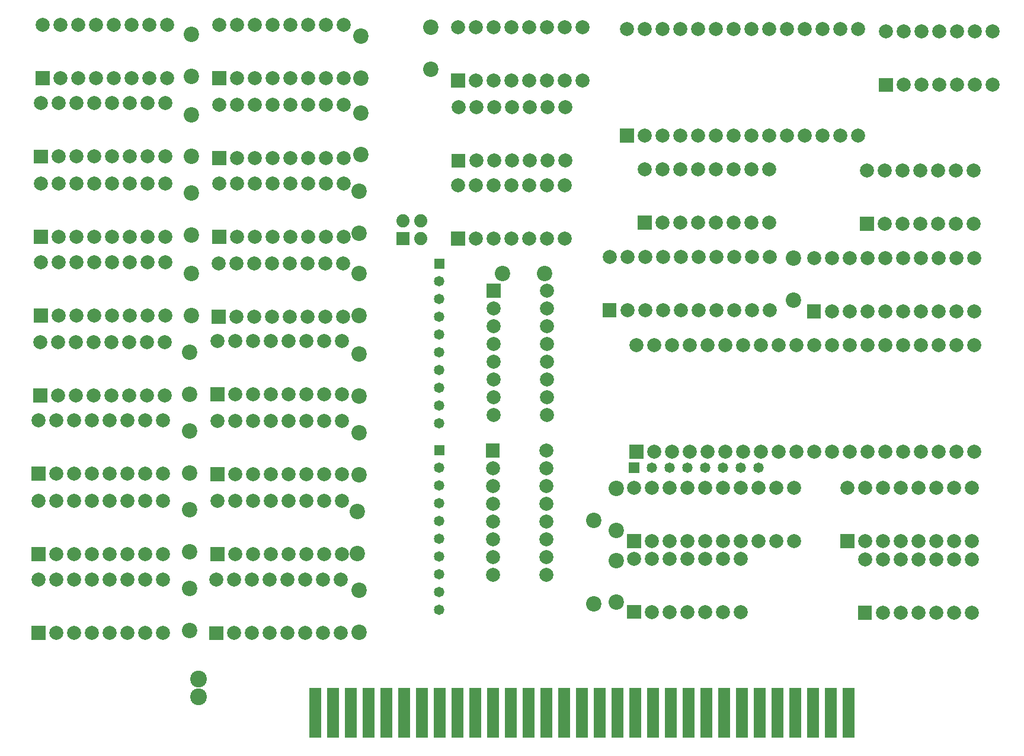
<source format=gbr>
%FSLAX34Y34*%
%MOMM*%
%LNSOLDERMASK_TOP*%
G71*
G01*
%ADD10C,2.200*%
%ADD11C,2.000*%
%ADD12C,2.400*%
%ADD13C,1.480*%
%ADD14C,1.880*%
%ADD15R,1.800X7.200*%
%LPD*%
X700000Y672500D02*
G54D10*
D03*
X760000Y672500D02*
G54D10*
D03*
X862500Y262500D02*
G54D10*
D03*
X862500Y202500D02*
G54D10*
D03*
X862500Y365000D02*
G54D10*
D03*
X862500Y305000D02*
G54D10*
D03*
X495000Y220000D02*
G54D10*
D03*
X495000Y160000D02*
G54D10*
D03*
X492500Y332500D02*
G54D10*
D03*
X492500Y272500D02*
G54D10*
D03*
X495000Y445000D02*
G54D10*
D03*
X495000Y385000D02*
G54D10*
D03*
X495000Y557500D02*
G54D10*
D03*
X495000Y497500D02*
G54D10*
D03*
X495000Y672500D02*
G54D10*
D03*
X495000Y612500D02*
G54D10*
D03*
X495000Y790000D02*
G54D10*
D03*
X495000Y730000D02*
G54D10*
D03*
X497500Y902500D02*
G54D10*
D03*
X497500Y842500D02*
G54D10*
D03*
X497500Y1012500D02*
G54D10*
D03*
X497500Y952500D02*
G54D10*
D03*
X597500Y1025000D02*
G54D10*
D03*
X597500Y965000D02*
G54D10*
D03*
X1115000Y695000D02*
G54D10*
D03*
X1115000Y635000D02*
G54D10*
D03*
X255000Y1015000D02*
G54D10*
D03*
X255000Y955000D02*
G54D10*
D03*
X255000Y900000D02*
G54D10*
D03*
X255000Y840000D02*
G54D10*
D03*
X255000Y787500D02*
G54D10*
D03*
X255000Y727500D02*
G54D10*
D03*
X255000Y672500D02*
G54D10*
D03*
X255000Y612500D02*
G54D10*
D03*
X252500Y560000D02*
G54D10*
D03*
X252500Y500000D02*
G54D10*
D03*
X252500Y447500D02*
G54D10*
D03*
X252500Y387500D02*
G54D10*
D03*
X252500Y335000D02*
G54D10*
D03*
X252500Y275000D02*
G54D10*
D03*
X252500Y222500D02*
G54D10*
D03*
X252500Y162500D02*
G54D10*
D03*
X830000Y320000D02*
G54D10*
D03*
X830000Y200000D02*
G54D10*
D03*
G36*
X32500Y962138D02*
X52500Y962138D01*
X52500Y942138D01*
X32500Y942138D01*
X32500Y962138D01*
G37*
X67900Y952138D02*
G54D11*
D03*
X93300Y952138D02*
G54D11*
D03*
X118700Y952138D02*
G54D11*
D03*
X144100Y952138D02*
G54D11*
D03*
X169500Y952138D02*
G54D11*
D03*
X194900Y952138D02*
G54D11*
D03*
X220300Y952138D02*
G54D11*
D03*
X220300Y1028338D02*
G54D11*
D03*
X194900Y1028338D02*
G54D11*
D03*
X169500Y1028338D02*
G54D11*
D03*
X144100Y1028338D02*
G54D11*
D03*
X118700Y1028338D02*
G54D11*
D03*
X93300Y1028338D02*
G54D11*
D03*
X67900Y1028338D02*
G54D11*
D03*
X42500Y1028338D02*
G54D11*
D03*
G36*
X30000Y850000D02*
X50000Y850000D01*
X50000Y830000D01*
X30000Y830000D01*
X30000Y850000D01*
G37*
X65400Y840000D02*
G54D11*
D03*
X90800Y840000D02*
G54D11*
D03*
X116200Y840000D02*
G54D11*
D03*
X141600Y840000D02*
G54D11*
D03*
X167000Y840000D02*
G54D11*
D03*
X192400Y840000D02*
G54D11*
D03*
X217800Y840000D02*
G54D11*
D03*
X217800Y916200D02*
G54D11*
D03*
X192400Y916200D02*
G54D11*
D03*
X167000Y916200D02*
G54D11*
D03*
X141600Y916200D02*
G54D11*
D03*
X116200Y916200D02*
G54D11*
D03*
X90800Y916200D02*
G54D11*
D03*
X65400Y916200D02*
G54D11*
D03*
X40000Y916200D02*
G54D11*
D03*
G36*
X30000Y735000D02*
X50000Y735000D01*
X50000Y715000D01*
X30000Y715000D01*
X30000Y735000D01*
G37*
X65400Y725000D02*
G54D11*
D03*
X90800Y725000D02*
G54D11*
D03*
X116200Y725000D02*
G54D11*
D03*
X141600Y725000D02*
G54D11*
D03*
X167000Y725000D02*
G54D11*
D03*
X192400Y725000D02*
G54D11*
D03*
X217800Y725000D02*
G54D11*
D03*
X217800Y801200D02*
G54D11*
D03*
X192400Y801200D02*
G54D11*
D03*
X167000Y801200D02*
G54D11*
D03*
X141600Y801200D02*
G54D11*
D03*
X116200Y801200D02*
G54D11*
D03*
X90800Y801200D02*
G54D11*
D03*
X65400Y801200D02*
G54D11*
D03*
X40000Y801200D02*
G54D11*
D03*
G36*
X30000Y622500D02*
X50000Y622500D01*
X50000Y602500D01*
X30000Y602500D01*
X30000Y622500D01*
G37*
X65400Y612500D02*
G54D11*
D03*
X90800Y612500D02*
G54D11*
D03*
X116200Y612500D02*
G54D11*
D03*
X141600Y612500D02*
G54D11*
D03*
X167000Y612500D02*
G54D11*
D03*
X192400Y612500D02*
G54D11*
D03*
X217800Y612500D02*
G54D11*
D03*
X217800Y688700D02*
G54D11*
D03*
X192400Y688700D02*
G54D11*
D03*
X167000Y688700D02*
G54D11*
D03*
X141600Y688700D02*
G54D11*
D03*
X116200Y688700D02*
G54D11*
D03*
X90800Y688700D02*
G54D11*
D03*
X65400Y688700D02*
G54D11*
D03*
X40000Y688700D02*
G54D11*
D03*
G36*
X29025Y508475D02*
X49025Y508475D01*
X49025Y488475D01*
X29025Y488475D01*
X29025Y508475D01*
G37*
X64425Y498475D02*
G54D11*
D03*
X89825Y498475D02*
G54D11*
D03*
X115225Y498475D02*
G54D11*
D03*
X140625Y498475D02*
G54D11*
D03*
X166025Y498475D02*
G54D11*
D03*
X191425Y498475D02*
G54D11*
D03*
X216825Y498475D02*
G54D11*
D03*
X216825Y574675D02*
G54D11*
D03*
X191425Y574675D02*
G54D11*
D03*
X166025Y574675D02*
G54D11*
D03*
X140625Y574675D02*
G54D11*
D03*
X115225Y574675D02*
G54D11*
D03*
X89825Y574675D02*
G54D11*
D03*
X64425Y574675D02*
G54D11*
D03*
X39025Y574675D02*
G54D11*
D03*
G36*
X26525Y396338D02*
X46525Y396338D01*
X46525Y376338D01*
X26525Y376338D01*
X26525Y396338D01*
G37*
X61925Y386338D02*
G54D11*
D03*
X87325Y386338D02*
G54D11*
D03*
X112725Y386338D02*
G54D11*
D03*
X138125Y386338D02*
G54D11*
D03*
X163525Y386338D02*
G54D11*
D03*
X188925Y386338D02*
G54D11*
D03*
X214325Y386338D02*
G54D11*
D03*
X214325Y462538D02*
G54D11*
D03*
X188925Y462538D02*
G54D11*
D03*
X163525Y462538D02*
G54D11*
D03*
X138125Y462538D02*
G54D11*
D03*
X112725Y462538D02*
G54D11*
D03*
X87325Y462538D02*
G54D11*
D03*
X61925Y462538D02*
G54D11*
D03*
X36525Y462538D02*
G54D11*
D03*
G36*
X26525Y281338D02*
X46525Y281338D01*
X46525Y261338D01*
X26525Y261338D01*
X26525Y281338D01*
G37*
X61925Y271338D02*
G54D11*
D03*
X87325Y271338D02*
G54D11*
D03*
X112725Y271338D02*
G54D11*
D03*
X138125Y271338D02*
G54D11*
D03*
X163525Y271338D02*
G54D11*
D03*
X188925Y271338D02*
G54D11*
D03*
X214325Y271338D02*
G54D11*
D03*
X214325Y347538D02*
G54D11*
D03*
X188925Y347538D02*
G54D11*
D03*
X163525Y347538D02*
G54D11*
D03*
X138125Y347538D02*
G54D11*
D03*
X112725Y347538D02*
G54D11*
D03*
X87325Y347538D02*
G54D11*
D03*
X61925Y347538D02*
G54D11*
D03*
X36525Y347538D02*
G54D11*
D03*
G36*
X26525Y168838D02*
X46525Y168838D01*
X46525Y148838D01*
X26525Y148838D01*
X26525Y168838D01*
G37*
X61925Y158838D02*
G54D11*
D03*
X87325Y158838D02*
G54D11*
D03*
X112725Y158838D02*
G54D11*
D03*
X138125Y158838D02*
G54D11*
D03*
X163525Y158838D02*
G54D11*
D03*
X188925Y158838D02*
G54D11*
D03*
X214325Y158838D02*
G54D11*
D03*
X214325Y235038D02*
G54D11*
D03*
X188925Y235038D02*
G54D11*
D03*
X163525Y235038D02*
G54D11*
D03*
X138125Y235038D02*
G54D11*
D03*
X112725Y235038D02*
G54D11*
D03*
X87325Y235038D02*
G54D11*
D03*
X61925Y235038D02*
G54D11*
D03*
X36525Y235038D02*
G54D11*
D03*
G36*
X284912Y962138D02*
X304912Y962138D01*
X304912Y942138D01*
X284912Y942138D01*
X284912Y962138D01*
G37*
X320312Y952138D02*
G54D11*
D03*
X345712Y952138D02*
G54D11*
D03*
X371112Y952138D02*
G54D11*
D03*
X396512Y952138D02*
G54D11*
D03*
X421912Y952138D02*
G54D11*
D03*
X447312Y952138D02*
G54D11*
D03*
X472712Y952138D02*
G54D11*
D03*
X472712Y1028338D02*
G54D11*
D03*
X447312Y1028338D02*
G54D11*
D03*
X421912Y1028338D02*
G54D11*
D03*
X396512Y1028338D02*
G54D11*
D03*
X371112Y1028338D02*
G54D11*
D03*
X345712Y1028338D02*
G54D11*
D03*
X320312Y1028338D02*
G54D11*
D03*
X294912Y1028338D02*
G54D11*
D03*
G36*
X284912Y847838D02*
X304912Y847838D01*
X304912Y827838D01*
X284912Y827838D01*
X284912Y847838D01*
G37*
X320312Y837838D02*
G54D11*
D03*
X345712Y837838D02*
G54D11*
D03*
X371112Y837838D02*
G54D11*
D03*
X396512Y837838D02*
G54D11*
D03*
X421912Y837838D02*
G54D11*
D03*
X447312Y837838D02*
G54D11*
D03*
X472712Y837838D02*
G54D11*
D03*
X472712Y914038D02*
G54D11*
D03*
X447312Y914038D02*
G54D11*
D03*
X421912Y914038D02*
G54D11*
D03*
X396512Y914038D02*
G54D11*
D03*
X371112Y914038D02*
G54D11*
D03*
X345712Y914038D02*
G54D11*
D03*
X320312Y914038D02*
G54D11*
D03*
X294912Y914038D02*
G54D11*
D03*
G36*
X284912Y735125D02*
X304912Y735125D01*
X304912Y715125D01*
X284912Y715125D01*
X284912Y735125D01*
G37*
X320312Y725125D02*
G54D11*
D03*
X345712Y725125D02*
G54D11*
D03*
X371112Y725125D02*
G54D11*
D03*
X396512Y725125D02*
G54D11*
D03*
X421912Y725125D02*
G54D11*
D03*
X447312Y725125D02*
G54D11*
D03*
X472712Y725125D02*
G54D11*
D03*
X472712Y801325D02*
G54D11*
D03*
X447312Y801325D02*
G54D11*
D03*
X421912Y801325D02*
G54D11*
D03*
X396512Y801325D02*
G54D11*
D03*
X371112Y801325D02*
G54D11*
D03*
X345712Y801325D02*
G54D11*
D03*
X320312Y801325D02*
G54D11*
D03*
X294912Y801325D02*
G54D11*
D03*
G36*
X284000Y620912D02*
X304000Y620912D01*
X304000Y600912D01*
X284000Y600912D01*
X284000Y620912D01*
G37*
X319400Y610912D02*
G54D11*
D03*
X344800Y610912D02*
G54D11*
D03*
X370200Y610912D02*
G54D11*
D03*
X395600Y610912D02*
G54D11*
D03*
X421000Y610912D02*
G54D11*
D03*
X446400Y610912D02*
G54D11*
D03*
X471800Y610912D02*
G54D11*
D03*
X471800Y687112D02*
G54D11*
D03*
X446400Y687112D02*
G54D11*
D03*
X421000Y687112D02*
G54D11*
D03*
X395600Y687112D02*
G54D11*
D03*
X370200Y687112D02*
G54D11*
D03*
X344800Y687112D02*
G54D11*
D03*
X319400Y687112D02*
G54D11*
D03*
X294000Y687112D02*
G54D11*
D03*
G36*
X282412Y509787D02*
X302412Y509787D01*
X302412Y489787D01*
X282412Y489787D01*
X282412Y509787D01*
G37*
X317812Y499787D02*
G54D11*
D03*
X343212Y499787D02*
G54D11*
D03*
X368612Y499787D02*
G54D11*
D03*
X394012Y499787D02*
G54D11*
D03*
X419412Y499787D02*
G54D11*
D03*
X444812Y499787D02*
G54D11*
D03*
X470212Y499787D02*
G54D11*
D03*
X470212Y575988D02*
G54D11*
D03*
X444812Y575988D02*
G54D11*
D03*
X419412Y575988D02*
G54D11*
D03*
X394012Y575988D02*
G54D11*
D03*
X368612Y575988D02*
G54D11*
D03*
X343212Y575988D02*
G54D11*
D03*
X317812Y575988D02*
G54D11*
D03*
X292412Y575988D02*
G54D11*
D03*
G36*
X282412Y395488D02*
X302412Y395488D01*
X302412Y375488D01*
X282412Y375488D01*
X282412Y395488D01*
G37*
X317812Y385488D02*
G54D11*
D03*
X343212Y385488D02*
G54D11*
D03*
X368612Y385488D02*
G54D11*
D03*
X394012Y385488D02*
G54D11*
D03*
X419412Y385488D02*
G54D11*
D03*
X444812Y385488D02*
G54D11*
D03*
X470212Y385488D02*
G54D11*
D03*
X470212Y461688D02*
G54D11*
D03*
X444812Y461688D02*
G54D11*
D03*
X419412Y461688D02*
G54D11*
D03*
X394012Y461688D02*
G54D11*
D03*
X368612Y461688D02*
G54D11*
D03*
X343212Y461688D02*
G54D11*
D03*
X317812Y461688D02*
G54D11*
D03*
X292412Y461688D02*
G54D11*
D03*
G36*
X282412Y281188D02*
X302412Y281188D01*
X302412Y261188D01*
X282412Y261188D01*
X282412Y281188D01*
G37*
X317812Y271188D02*
G54D11*
D03*
X343212Y271188D02*
G54D11*
D03*
X368612Y271188D02*
G54D11*
D03*
X394012Y271188D02*
G54D11*
D03*
X419412Y271188D02*
G54D11*
D03*
X444812Y271188D02*
G54D11*
D03*
X470212Y271188D02*
G54D11*
D03*
X470212Y347388D02*
G54D11*
D03*
X444812Y347388D02*
G54D11*
D03*
X419412Y347388D02*
G54D11*
D03*
X394012Y347388D02*
G54D11*
D03*
X368612Y347388D02*
G54D11*
D03*
X343212Y347388D02*
G54D11*
D03*
X317812Y347388D02*
G54D11*
D03*
X292412Y347388D02*
G54D11*
D03*
G36*
X280825Y168475D02*
X300825Y168475D01*
X300825Y148475D01*
X280825Y148475D01*
X280825Y168475D01*
G37*
X316225Y158475D02*
G54D11*
D03*
X341625Y158475D02*
G54D11*
D03*
X367025Y158475D02*
G54D11*
D03*
X392425Y158475D02*
G54D11*
D03*
X417825Y158475D02*
G54D11*
D03*
X443225Y158475D02*
G54D11*
D03*
X468625Y158475D02*
G54D11*
D03*
X468625Y234675D02*
G54D11*
D03*
X443225Y234675D02*
G54D11*
D03*
X417825Y234675D02*
G54D11*
D03*
X392425Y234675D02*
G54D11*
D03*
X367025Y234675D02*
G54D11*
D03*
X341625Y234675D02*
G54D11*
D03*
X316225Y234675D02*
G54D11*
D03*
X290825Y234675D02*
G54D11*
D03*
X265200Y67300D02*
G54D12*
D03*
X265200Y92700D02*
G54D12*
D03*
G36*
X880850Y427750D02*
X900850Y427750D01*
X900850Y407750D01*
X880850Y407750D01*
X880850Y427750D01*
G37*
X916250Y417750D02*
G54D11*
D03*
X941650Y417750D02*
G54D11*
D03*
X967050Y417750D02*
G54D11*
D03*
X992450Y417750D02*
G54D11*
D03*
X1017850Y417750D02*
G54D11*
D03*
X1043250Y417750D02*
G54D11*
D03*
X1068650Y417750D02*
G54D11*
D03*
X1094050Y417750D02*
G54D11*
D03*
X1119450Y417750D02*
G54D11*
D03*
X1144850Y417750D02*
G54D11*
D03*
X1170250Y417750D02*
G54D11*
D03*
X1195650Y417750D02*
G54D11*
D03*
X1221050Y417750D02*
G54D11*
D03*
X1246450Y417750D02*
G54D11*
D03*
X1271850Y417750D02*
G54D11*
D03*
X1297250Y417750D02*
G54D11*
D03*
X1322650Y417750D02*
G54D11*
D03*
X1348050Y417750D02*
G54D11*
D03*
X1373450Y417750D02*
G54D11*
D03*
X1373450Y570150D02*
G54D11*
D03*
X1348050Y570150D02*
G54D11*
D03*
X1322650Y570150D02*
G54D11*
D03*
X1297250Y570150D02*
G54D11*
D03*
X1271850Y570150D02*
G54D11*
D03*
X1246450Y570150D02*
G54D11*
D03*
X1221050Y570150D02*
G54D11*
D03*
X1195650Y570150D02*
G54D11*
D03*
X1170250Y570150D02*
G54D11*
D03*
X1144850Y570150D02*
G54D11*
D03*
X1119450Y570150D02*
G54D11*
D03*
X1094050Y570150D02*
G54D11*
D03*
X1068650Y570150D02*
G54D11*
D03*
X1043250Y570150D02*
G54D11*
D03*
X1017850Y570150D02*
G54D11*
D03*
X992450Y570150D02*
G54D11*
D03*
X967050Y570150D02*
G54D11*
D03*
X941650Y570150D02*
G54D11*
D03*
X916250Y570150D02*
G54D11*
D03*
X890850Y570150D02*
G54D11*
D03*
G36*
X877500Y198825D02*
X897500Y198825D01*
X897500Y178825D01*
X877500Y178825D01*
X877500Y198825D01*
G37*
X912900Y188825D02*
G54D11*
D03*
X938300Y188825D02*
G54D11*
D03*
X963700Y188825D02*
G54D11*
D03*
X989100Y188825D02*
G54D11*
D03*
X1014500Y188825D02*
G54D11*
D03*
X1039900Y188825D02*
G54D11*
D03*
X1039900Y265025D02*
G54D11*
D03*
X1014500Y265025D02*
G54D11*
D03*
X989100Y265025D02*
G54D11*
D03*
X963700Y265025D02*
G54D11*
D03*
X938300Y265025D02*
G54D11*
D03*
X912900Y265025D02*
G54D11*
D03*
X887500Y265025D02*
G54D11*
D03*
G36*
X877500Y300000D02*
X897500Y300000D01*
X897500Y280000D01*
X877500Y280000D01*
X877500Y300000D01*
G37*
X912900Y290000D02*
G54D11*
D03*
X938300Y290000D02*
G54D11*
D03*
X963700Y290000D02*
G54D11*
D03*
X989100Y290000D02*
G54D11*
D03*
X1014500Y290000D02*
G54D11*
D03*
X1039900Y290000D02*
G54D11*
D03*
X1065300Y290000D02*
G54D11*
D03*
X1090700Y290000D02*
G54D11*
D03*
X1116100Y290000D02*
G54D11*
D03*
X1116100Y366200D02*
G54D11*
D03*
X1090700Y366200D02*
G54D11*
D03*
X1065300Y366200D02*
G54D11*
D03*
X1039900Y366200D02*
G54D11*
D03*
X1014500Y366200D02*
G54D11*
D03*
X989100Y366200D02*
G54D11*
D03*
X963700Y366200D02*
G54D11*
D03*
X938300Y366200D02*
G54D11*
D03*
X912900Y366200D02*
G54D11*
D03*
X887500Y366200D02*
G54D11*
D03*
G36*
X1134675Y628612D02*
X1154675Y628612D01*
X1154675Y608612D01*
X1134675Y608612D01*
X1134675Y628612D01*
G37*
X1170075Y618612D02*
G54D11*
D03*
X1195475Y618612D02*
G54D11*
D03*
X1220875Y618612D02*
G54D11*
D03*
X1246275Y618612D02*
G54D11*
D03*
X1271675Y618612D02*
G54D11*
D03*
X1297075Y618612D02*
G54D11*
D03*
X1322475Y618612D02*
G54D11*
D03*
X1347875Y618612D02*
G54D11*
D03*
X1373275Y618612D02*
G54D11*
D03*
X1373275Y694812D02*
G54D11*
D03*
X1347875Y694812D02*
G54D11*
D03*
X1322475Y694812D02*
G54D11*
D03*
X1297075Y694812D02*
G54D11*
D03*
X1271675Y694812D02*
G54D11*
D03*
X1246275Y694812D02*
G54D11*
D03*
X1220875Y694812D02*
G54D11*
D03*
X1195475Y694812D02*
G54D11*
D03*
X1170075Y694812D02*
G54D11*
D03*
X1144675Y694812D02*
G54D11*
D03*
G36*
X626200Y958800D02*
X646200Y958800D01*
X646200Y938800D01*
X626200Y938800D01*
X626200Y958800D01*
G37*
X661600Y948800D02*
G54D11*
D03*
X687000Y948800D02*
G54D11*
D03*
X712400Y948800D02*
G54D11*
D03*
X737800Y948800D02*
G54D11*
D03*
X763200Y948800D02*
G54D11*
D03*
X788600Y948800D02*
G54D11*
D03*
X814000Y948800D02*
G54D11*
D03*
X814000Y1025000D02*
G54D11*
D03*
X788600Y1025000D02*
G54D11*
D03*
X763200Y1025000D02*
G54D11*
D03*
X737800Y1025000D02*
G54D11*
D03*
X712400Y1025000D02*
G54D11*
D03*
X687000Y1025000D02*
G54D11*
D03*
X661600Y1025000D02*
G54D11*
D03*
X636200Y1025000D02*
G54D11*
D03*
G36*
X626588Y844088D02*
X646588Y844088D01*
X646588Y824088D01*
X626588Y824088D01*
X626588Y844088D01*
G37*
X661988Y834088D02*
G54D11*
D03*
X687388Y834088D02*
G54D11*
D03*
X712788Y834088D02*
G54D11*
D03*
X738188Y834088D02*
G54D11*
D03*
X763588Y834088D02*
G54D11*
D03*
X788988Y834088D02*
G54D11*
D03*
X788988Y910288D02*
G54D11*
D03*
X763588Y910288D02*
G54D11*
D03*
X738188Y910288D02*
G54D11*
D03*
X712788Y910288D02*
G54D11*
D03*
X687388Y910288D02*
G54D11*
D03*
X661988Y910288D02*
G54D11*
D03*
X636588Y910288D02*
G54D11*
D03*
G36*
X626400Y732500D02*
X646400Y732500D01*
X646400Y712500D01*
X626400Y712500D01*
X626400Y732500D01*
G37*
X661800Y722500D02*
G54D11*
D03*
X687200Y722500D02*
G54D11*
D03*
X712600Y722500D02*
G54D11*
D03*
X738000Y722500D02*
G54D11*
D03*
X763400Y722500D02*
G54D11*
D03*
X788800Y722500D02*
G54D11*
D03*
X788800Y798700D02*
G54D11*
D03*
X763400Y798700D02*
G54D11*
D03*
X738000Y798700D02*
G54D11*
D03*
X712600Y798700D02*
G54D11*
D03*
X687200Y798700D02*
G54D11*
D03*
X661800Y798700D02*
G54D11*
D03*
X636400Y798700D02*
G54D11*
D03*
G36*
X892900Y755600D02*
X912900Y755600D01*
X912900Y735600D01*
X892900Y735600D01*
X892900Y755600D01*
G37*
X928300Y745600D02*
G54D11*
D03*
X953700Y745600D02*
G54D11*
D03*
X979100Y745600D02*
G54D11*
D03*
X1004500Y745600D02*
G54D11*
D03*
X1029900Y745600D02*
G54D11*
D03*
X1055300Y745600D02*
G54D11*
D03*
X1080700Y745600D02*
G54D11*
D03*
X1080700Y821800D02*
G54D11*
D03*
X1055300Y821800D02*
G54D11*
D03*
X1029900Y821800D02*
G54D11*
D03*
X1004500Y821800D02*
G54D11*
D03*
X979100Y821800D02*
G54D11*
D03*
X953700Y821800D02*
G54D11*
D03*
X928300Y821800D02*
G54D11*
D03*
X902900Y821800D02*
G54D11*
D03*
G36*
X867500Y880000D02*
X887500Y880000D01*
X887500Y860000D01*
X867500Y860000D01*
X867500Y880000D01*
G37*
X902900Y870000D02*
G54D11*
D03*
X928300Y870000D02*
G54D11*
D03*
X953700Y870000D02*
G54D11*
D03*
X979100Y870000D02*
G54D11*
D03*
X1004500Y870000D02*
G54D11*
D03*
X1029900Y870000D02*
G54D11*
D03*
X1055300Y870000D02*
G54D11*
D03*
X1080700Y870000D02*
G54D11*
D03*
X1106100Y870000D02*
G54D11*
D03*
X1131500Y870000D02*
G54D11*
D03*
X1156900Y870000D02*
G54D11*
D03*
X1182300Y870000D02*
G54D11*
D03*
X1207700Y870000D02*
G54D11*
D03*
X1207700Y1022400D02*
G54D11*
D03*
X1182300Y1022400D02*
G54D11*
D03*
X1156900Y1022400D02*
G54D11*
D03*
X1131500Y1022400D02*
G54D11*
D03*
X1106100Y1022400D02*
G54D11*
D03*
X1080700Y1022400D02*
G54D11*
D03*
X1055300Y1022400D02*
G54D11*
D03*
X1029900Y1022400D02*
G54D11*
D03*
X1004500Y1022400D02*
G54D11*
D03*
X979100Y1022400D02*
G54D11*
D03*
X953700Y1022400D02*
G54D11*
D03*
X928300Y1022400D02*
G54D11*
D03*
X902900Y1022400D02*
G54D11*
D03*
X877500Y1022400D02*
G54D11*
D03*
G36*
X1237500Y952500D02*
X1257500Y952500D01*
X1257500Y932500D01*
X1237500Y932500D01*
X1237500Y952500D01*
G37*
X1272900Y942500D02*
G54D11*
D03*
X1298300Y942500D02*
G54D11*
D03*
X1323700Y942500D02*
G54D11*
D03*
X1349100Y942500D02*
G54D11*
D03*
X1374500Y942500D02*
G54D11*
D03*
X1399900Y942500D02*
G54D11*
D03*
X1399900Y1018700D02*
G54D11*
D03*
X1374500Y1018700D02*
G54D11*
D03*
X1349100Y1018700D02*
G54D11*
D03*
X1323700Y1018700D02*
G54D11*
D03*
X1298300Y1018700D02*
G54D11*
D03*
X1272900Y1018700D02*
G54D11*
D03*
X1247500Y1018700D02*
G54D11*
D03*
G36*
X1210512Y754062D02*
X1230512Y754062D01*
X1230512Y734062D01*
X1210512Y734062D01*
X1210512Y754062D01*
G37*
X1245912Y744062D02*
G54D11*
D03*
X1271312Y744062D02*
G54D11*
D03*
X1296712Y744062D02*
G54D11*
D03*
X1322112Y744062D02*
G54D11*
D03*
X1347512Y744062D02*
G54D11*
D03*
X1372912Y744062D02*
G54D11*
D03*
X1372912Y820262D02*
G54D11*
D03*
X1347512Y820262D02*
G54D11*
D03*
X1322112Y820262D02*
G54D11*
D03*
X1296712Y820262D02*
G54D11*
D03*
X1271312Y820262D02*
G54D11*
D03*
X1245912Y820262D02*
G54D11*
D03*
X1220512Y820262D02*
G54D11*
D03*
G36*
X842500Y630000D02*
X862500Y630000D01*
X862500Y610000D01*
X842500Y610000D01*
X842500Y630000D01*
G37*
X877900Y620000D02*
G54D11*
D03*
X903300Y620000D02*
G54D11*
D03*
X928700Y620000D02*
G54D11*
D03*
X954100Y620000D02*
G54D11*
D03*
X979500Y620000D02*
G54D11*
D03*
X1004900Y620000D02*
G54D11*
D03*
X1030300Y620000D02*
G54D11*
D03*
X1055700Y620000D02*
G54D11*
D03*
X1081100Y620000D02*
G54D11*
D03*
X1081100Y696200D02*
G54D11*
D03*
X1055700Y696200D02*
G54D11*
D03*
X1030300Y696200D02*
G54D11*
D03*
X1004900Y696200D02*
G54D11*
D03*
X979500Y696200D02*
G54D11*
D03*
X954100Y696200D02*
G54D11*
D03*
X928700Y696200D02*
G54D11*
D03*
X903300Y696200D02*
G54D11*
D03*
X877900Y696200D02*
G54D11*
D03*
X852500Y696200D02*
G54D11*
D03*
G36*
X1207500Y197500D02*
X1227500Y197500D01*
X1227500Y177500D01*
X1207500Y177500D01*
X1207500Y197500D01*
G37*
X1242900Y187500D02*
G54D11*
D03*
X1268300Y187500D02*
G54D11*
D03*
X1293700Y187500D02*
G54D11*
D03*
X1319100Y187500D02*
G54D11*
D03*
X1344500Y187500D02*
G54D11*
D03*
X1369900Y187500D02*
G54D11*
D03*
X1369900Y263700D02*
G54D11*
D03*
X1344500Y263700D02*
G54D11*
D03*
X1319100Y263700D02*
G54D11*
D03*
X1293700Y263700D02*
G54D11*
D03*
X1268300Y263700D02*
G54D11*
D03*
X1242900Y263700D02*
G54D11*
D03*
X1217500Y263700D02*
G54D11*
D03*
G36*
X1182500Y300000D02*
X1202500Y300000D01*
X1202500Y280000D01*
X1182500Y280000D01*
X1182500Y300000D01*
G37*
X1217900Y290000D02*
G54D11*
D03*
X1243300Y290000D02*
G54D11*
D03*
X1268700Y290000D02*
G54D11*
D03*
X1294100Y290000D02*
G54D11*
D03*
X1319500Y290000D02*
G54D11*
D03*
X1344900Y290000D02*
G54D11*
D03*
X1370300Y290000D02*
G54D11*
D03*
X1370300Y366200D02*
G54D11*
D03*
X1344900Y366200D02*
G54D11*
D03*
X1319500Y366200D02*
G54D11*
D03*
X1294100Y366200D02*
G54D11*
D03*
X1268700Y366200D02*
G54D11*
D03*
X1243300Y366200D02*
G54D11*
D03*
X1217900Y366200D02*
G54D11*
D03*
X1192500Y366200D02*
G54D11*
D03*
G36*
X697050Y658250D02*
X697050Y638250D01*
X677050Y638250D01*
X677050Y658250D01*
X697050Y658250D01*
G37*
X687050Y622850D02*
G54D11*
D03*
X687050Y597450D02*
G54D11*
D03*
X687050Y572050D02*
G54D11*
D03*
X687050Y546650D02*
G54D11*
D03*
X687050Y521250D02*
G54D11*
D03*
X687050Y495850D02*
G54D11*
D03*
X687050Y470450D02*
G54D11*
D03*
X763250Y470450D02*
G54D11*
D03*
X763250Y495850D02*
G54D11*
D03*
X763250Y521250D02*
G54D11*
D03*
X763250Y546650D02*
G54D11*
D03*
X763250Y572050D02*
G54D11*
D03*
X763250Y597450D02*
G54D11*
D03*
X763250Y622850D02*
G54D11*
D03*
X763250Y648250D02*
G54D11*
D03*
G36*
X695800Y429500D02*
X695800Y409500D01*
X675800Y409500D01*
X675800Y429500D01*
X695800Y429500D01*
G37*
X685800Y394100D02*
G54D11*
D03*
X685800Y368700D02*
G54D11*
D03*
X685800Y343300D02*
G54D11*
D03*
X685800Y317900D02*
G54D11*
D03*
X685800Y292500D02*
G54D11*
D03*
X685800Y267100D02*
G54D11*
D03*
X685800Y241700D02*
G54D11*
D03*
X762000Y241700D02*
G54D11*
D03*
X762000Y267100D02*
G54D11*
D03*
X762000Y292500D02*
G54D11*
D03*
X762000Y317900D02*
G54D11*
D03*
X762000Y343300D02*
G54D11*
D03*
X762000Y368700D02*
G54D11*
D03*
X762000Y394100D02*
G54D11*
D03*
X762000Y419500D02*
G54D11*
D03*
G36*
X880100Y402400D02*
X894900Y402400D01*
X894900Y387600D01*
X880100Y387600D01*
X880100Y402400D01*
G37*
X912900Y395000D02*
G54D13*
D03*
X938300Y395000D02*
G54D13*
D03*
X963700Y395000D02*
G54D13*
D03*
X989100Y395000D02*
G54D13*
D03*
X1014500Y395000D02*
G54D13*
D03*
X1039900Y395000D02*
G54D13*
D03*
X1065300Y395000D02*
G54D13*
D03*
G36*
X616700Y694200D02*
X616700Y679400D01*
X601900Y679400D01*
X601900Y694200D01*
X616700Y694200D01*
G37*
X609300Y661400D02*
G54D13*
D03*
X609300Y636000D02*
G54D13*
D03*
X609300Y610600D02*
G54D13*
D03*
X609300Y585200D02*
G54D13*
D03*
X609300Y559800D02*
G54D13*
D03*
X609300Y534400D02*
G54D13*
D03*
X609300Y509000D02*
G54D13*
D03*
X609300Y483600D02*
G54D13*
D03*
X609300Y458200D02*
G54D13*
D03*
G36*
X616700Y427500D02*
X616700Y412700D01*
X601900Y412700D01*
X601900Y427500D01*
X616700Y427500D01*
G37*
X609300Y394700D02*
G54D13*
D03*
X609300Y369300D02*
G54D13*
D03*
X609300Y343900D02*
G54D13*
D03*
X609300Y318500D02*
G54D13*
D03*
X609300Y293100D02*
G54D13*
D03*
X609300Y267700D02*
G54D13*
D03*
X609300Y242300D02*
G54D13*
D03*
X609300Y216900D02*
G54D13*
D03*
X609300Y191500D02*
G54D13*
D03*
G36*
X548100Y731900D02*
X566900Y731900D01*
X566900Y713100D01*
X548100Y713100D01*
X548100Y731900D01*
G37*
X557500Y747900D02*
G54D14*
D03*
X582900Y722500D02*
G54D14*
D03*
X582900Y747900D02*
G54D14*
D03*
X660400Y44450D02*
G54D15*
D03*
X685800Y44450D02*
G54D15*
D03*
X711200Y44450D02*
G54D15*
D03*
X736600Y44450D02*
G54D15*
D03*
X762000Y44450D02*
G54D15*
D03*
X787400Y44450D02*
G54D15*
D03*
X812800Y44450D02*
G54D15*
D03*
X838200Y44450D02*
G54D15*
D03*
X863600Y44450D02*
G54D15*
D03*
X889000Y44450D02*
G54D15*
D03*
X914400Y44450D02*
G54D15*
D03*
X939800Y44450D02*
G54D15*
D03*
X965200Y44450D02*
G54D15*
D03*
X990600Y44450D02*
G54D15*
D03*
X1016000Y44450D02*
G54D15*
D03*
X1041400Y44450D02*
G54D15*
D03*
X1066800Y44450D02*
G54D15*
D03*
X1092200Y44450D02*
G54D15*
D03*
X1117600Y44450D02*
G54D15*
D03*
X1143000Y44450D02*
G54D15*
D03*
X1168400Y44450D02*
G54D15*
D03*
X1193800Y44450D02*
G54D15*
D03*
X635000Y44450D02*
G54D15*
D03*
X609600Y44450D02*
G54D15*
D03*
X584200Y44450D02*
G54D15*
D03*
X558800Y44450D02*
G54D15*
D03*
X533400Y44450D02*
G54D15*
D03*
X508000Y44450D02*
G54D15*
D03*
X482600Y44450D02*
G54D15*
D03*
X457200Y44450D02*
G54D15*
D03*
X431800Y44450D02*
G54D15*
D03*
M02*

</source>
